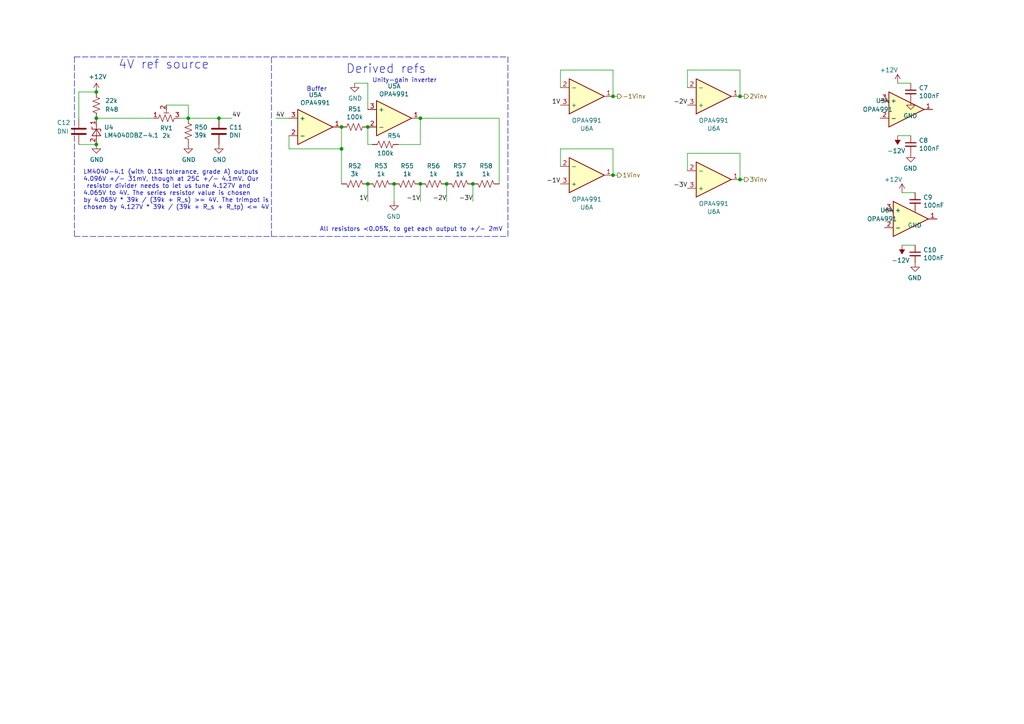
<source format=kicad_sch>
(kicad_sch (version 20211123) (generator eeschema)
  (paper "A4")
  (lib_symbols
    (symbol "Device:C" (pin_numbers hide) (pin_names (offset 0.254))
      (property "Reference" "C" (at 0.635 2.54 0))
      (property "Value" "C" (at 0.635 -2.54 0))
      (symbol "C_0_1"
        (polyline (pts (xy -2.032 -0.762) (xy 2.032 -0.762)) (stroke (width 0.508)))
        (polyline (pts (xy -2.032 0.762) (xy 2.032 0.762)) (stroke (width 0.508)))
      )
      (symbol "C_1_1"
        (pin passive line (at 0 3.81 270) (length 2.794) (name "~") (number "1"))
        (pin passive line (at 0 -3.81 90) (length 2.794) (name "~") (number "2"))
      )
    )
    (symbol "Device:C_Small" (pin_numbers hide) (pin_names (offset 0.254) hide)
      (property "Reference" "C" (at 0.254 1.778 0))
      (property "Value" "C_Small" (at 0.254 -2.032 0))
      (symbol "C_Small_0_1"
        (polyline (pts (xy -1.524 -0.508) (xy 1.524 -0.508)) (stroke (width 0.3302)))
        (polyline (pts (xy -1.524 0.508) (xy 1.524 0.508)) (stroke (width 0.3048)))
      )
      (symbol "C_Small_1_1"
        (pin passive line (at 0 2.54 270) (length 2.032) (name "~") (number "1"))
        (pin passive line (at 0 -2.54 90) (length 2.032) (name "~") (number "2"))
      )
    )
    (symbol "Device:Opamp_Quad_Generic"
      (property "Reference" "U" (at 0 5.08 0))
      (property "Value" "Device_Opamp_Quad_Generic" (at 0 -5.08 0))
      (symbol "Opamp_Quad_Generic_1_1"
        (polyline (pts (xy -5.08 5.08) (xy 5.08 0) (xy -5.08 -5.08) (xy -5.08 5.08)) (stroke (width 0.254)) (fill (type background)))
        (pin output line (at 7.62 0 180) (length 2.54) (name "~") (number "1"))
        (pin input line (at -7.62 -2.54 0) (length 2.54) (name "-") (number "2"))
        (pin input line (at -7.62 2.54 0) (length 2.54) (name "+") (number "3"))
      )
      (symbol "Opamp_Quad_Generic_2_1"
        (polyline (pts (xy -5.08 5.08) (xy 5.08 0) (xy -5.08 -5.08) (xy -5.08 5.08)) (stroke (width 0.254)) (fill (type background)))
        (pin input line (at -7.62 2.54 0) (length 2.54) (name "+") (number "5"))
        (pin input line (at -7.62 -2.54 0) (length 2.54) (name "-") (number "6"))
        (pin output line (at 7.62 0 180) (length 2.54) (name "~") (number "7"))
      )
      (symbol "Opamp_Quad_Generic_3_1"
        (polyline (pts (xy -5.08 5.08) (xy 5.08 0) (xy -5.08 -5.08) (xy -5.08 5.08)) (stroke (width 0.254)) (fill (type background)))
        (pin input line (at -7.62 2.54 0) (length 2.54) (name "+") (number "10"))
        (pin output line (at 7.62 0 180) (length 2.54) (name "~") (number "8"))
        (pin input line (at -7.62 -2.54 0) (length 2.54) (name "-") (number "9"))
      )
      (symbol "Opamp_Quad_Generic_4_1"
        (polyline (pts (xy -5.08 5.08) (xy 5.08 0) (xy -5.08 -5.08) (xy -5.08 5.08)) (stroke (width 0.254)) (fill (type background)))
        (pin input line (at -7.62 2.54 0) (length 2.54) (name "+") (number "12"))
        (pin input line (at -7.62 -2.54 0) (length 2.54) (name "-") (number "13"))
        (pin output line (at 7.62 0 180) (length 2.54) (name "~") (number "14"))
      )
      (symbol "Opamp_Quad_Generic_5_1"
        (pin power_in line (at -2.54 -7.62 90) (length 3.81) (name "V-") (number "11"))
        (pin power_in line (at -2.54 7.62 270) (length 3.81) (name "V+") (number "4"))
      )
    )
    (symbol "Device:R_POT_TRIM_US" (pin_names (offset 1.016) hide)
      (property "Reference" "RV" (at -4.445 0 90))
      (property "Value" "Device_R_POT_TRIM_US" (at -2.54 0 90))
      (symbol "R_POT_TRIM_US_0_1"
        (polyline (pts (xy 0 -2.286) (xy 0 -2.54)))
        (polyline (pts (xy 0 2.286) (xy 0 2.54)))
        (polyline (pts (xy 1.524 0.762) (xy 1.524 -0.762)))
        (polyline (pts (xy 2.54 0) (xy 1.524 0)))
        (polyline (pts (xy 0 -0.762) (xy 1.016 -1.143) (xy 0 -1.524) (xy -1.016 -1.905) (xy 0 -2.286)))
        (polyline (pts (xy 0 0.762) (xy 1.016 0.381) (xy 0 0) (xy -1.016 -0.381) (xy 0 -0.762)))
        (polyline (pts (xy 0 2.286) (xy 1.016 1.905) (xy 0 1.524) (xy -1.016 1.143) (xy 0 0.762)))
      )
      (symbol "R_POT_TRIM_US_1_1"
        (pin passive line (at 0 3.81 270) (length 1.27) (name "1") (number "1"))
        (pin passive line (at 3.81 0 180) (length 1.27) (name "2") (number "2"))
        (pin passive line (at 0 -3.81 90) (length 1.27) (name "3") (number "3"))
      )
    )
    (symbol "Device:R_US" (pin_numbers hide) (pin_names (offset 0))
      (property "Reference" "R" (at 2.54 0 90))
      (property "Value" "R_US" (at -2.54 0 90))
      (symbol "R_US_0_1"
        (polyline (pts (xy 0 -2.286) (xy 0 -2.54)))
        (polyline (pts (xy 0 2.286) (xy 0 2.54)))
        (polyline (pts (xy 0 -0.762) (xy 1.016 -1.143) (xy 0 -1.524) (xy -1.016 -1.905) (xy 0 -2.286)))
        (polyline (pts (xy 0 0.762) (xy 1.016 0.381) (xy 0 0) (xy -1.016 -0.381) (xy 0 -0.762)))
        (polyline (pts (xy 0 2.286) (xy 1.016 1.905) (xy 0 1.524) (xy -1.016 1.143) (xy 0 0.762)))
      )
      (symbol "R_US_1_1"
        (pin passive line (at 0 3.81 270) (length 1.27) (name "~") (number "1"))
        (pin passive line (at 0 -3.81 90) (length 1.27) (name "~") (number "2"))
      )
    )
    (symbol "Reference_Voltage:LM4040DBZ-4.1" (pin_names (offset 0.0254) hide)
      (property "Reference" "U" (at 0 2.54 0))
      (property "Value" "LM4040DBZ-4.1" (at 0 -3.175 0))
      (symbol "LM4040DBZ-4.1_0_1"
        (polyline (pts (xy -1.27 0) (xy 0 0) (xy 1.27 0)))
        (polyline (pts (xy -1.27 -1.27) (xy 0.635 0) (xy -1.27 1.27) (xy -1.27 -1.27)) (stroke (width 0.2032)))
        (polyline (pts (xy 0 -1.27) (xy 0.635 -1.27) (xy 0.635 1.27) (xy 1.27 1.27)) (stroke (width 0.2032)))
      )
      (symbol "LM4040DBZ-4.1_1_1"
        (pin passive line (at 3.81 0 180) (length 2.54) (name "K") (number "1"))
        (pin passive line (at -3.81 0 0) (length 2.54) (name "A") (number "2"))
      )
    )
    (symbol "power:+12V" (power) (pin_names (offset 0))
      (property "Value" "+12V" (at 0 3.556 0))
      (symbol "+12V_0_1"
        (polyline (pts (xy -0.762 1.27) (xy 0 2.54)))
        (polyline (pts (xy 0 0) (xy 0 2.54)))
        (polyline (pts (xy 0 2.54) (xy 0.762 1.27)))
      )
      (symbol "+12V_1_1"
        (pin power_in line (at 0 0 90) (length 0) hide (name "+12V") (number "1"))
      )
    )
    (symbol "power:-12V" (power) (pin_names (offset 0))
      (property "Value" "-12V" (at 0 3.81 0))
      (symbol "-12V_0_0"
        (pin power_in line (at 0 0 90) (length 0) hide (name "-12V") (number "1"))
      )
      (symbol "-12V_0_1"
        (polyline (pts (xy 0 0) (xy 0 1.27) (xy 0.762 1.27) (xy 0 2.54) (xy -0.762 1.27) (xy 0 1.27)) (fill (type outline)))
      )
    )
    (symbol "power:GND" (power) (pin_names (offset 0))
      (property "Value" "GND" (at 0 -3.81 0))
      (symbol "GND_0_1"
        (polyline (pts (xy 0 0) (xy 0 -1.27) (xy 1.27 -1.27) (xy 0 -2.54) (xy -1.27 -1.27) (xy 0 -1.27)))
      )
      (symbol "GND_1_1"
        (pin power_in line (at 0 0 270) (length 0) hide (name "GND") (number "1"))
      )
    )
  )
  (junction (at 99.06 43.18))
  (junction (at 63.5 34.29))
  (junction (at 54.61 34.29))
  (junction (at 121.92 34.29))
  (junction (at 177.8 50.8))
  (junction (at 27.94 34.29))
  (junction (at 99.06 36.83))
  (junction (at 27.94 41.91))
  (junction (at 106.68 36.83))
  (junction (at 129.54 53.34))
  (junction (at 177.8 27.94))
  (junction (at 27.94 26.67))
  (junction (at 214.63 52.07))
  (junction (at 121.92 53.34))
  (junction (at 106.68 53.34))
  (junction (at 137.16 53.34))
  (junction (at 114.3 53.34))
  (junction (at 214.63 27.94))
  (wire (pts (xy 106.68 24.13) (xy 102.87 24.13)))
  (polyline (pts (xy 21.59 68.58) (xy 147.32 68.58)))
  (wire (pts (xy 22.86 26.67) (xy 27.94 26.67)))
  (wire (pts (xy 121.92 53.34) (xy 121.92 58.42)))
  (wire (pts (xy 106.68 58.42) (xy 106.68 53.34)))
  (wire (pts (xy 260.35 39.37) (xy 264.16 39.37)))
  (wire (pts (xy 106.68 36.83) (xy 106.68 41.91)))
  (wire (pts (xy 162.56 25.4) (xy 162.56 20.32)))
  (wire (pts (xy 162.56 43.18) (xy 177.8 43.18)))
  (wire (pts (xy 114.3 53.34) (xy 114.3 58.42)))
  (wire (pts (xy 177.8 50.8) (xy 179.07 50.8)))
  (wire (pts (xy 48.26 30.48) (xy 54.61 30.48)))
  (wire (pts (xy 177.8 20.32) (xy 177.8 27.94)))
  (wire (pts (xy 121.92 41.91) (xy 121.92 34.29)))
  (wire (pts (xy 121.92 34.29) (xy 144.78 34.29)))
  (wire (pts (xy 214.63 27.94) (xy 215.9 27.94)))
  (wire (pts (xy 199.39 49.53) (xy 199.39 44.45)))
  (wire (pts (xy 162.56 48.26) (xy 162.56 43.18)))
  (wire (pts (xy 27.94 34.29) (xy 44.45 34.29)))
  (polyline (pts (xy 147.32 16.51) (xy 147.32 68.58)))
  (wire (pts (xy 129.54 53.34) (xy 129.54 58.42)))
  (wire (pts (xy 214.63 52.07) (xy 215.9 52.07)))
  (wire (pts (xy 22.86 41.91) (xy 27.94 41.91)))
  (wire (pts (xy 260.35 24.13) (xy 264.16 24.13)))
  (wire (pts (xy 177.8 43.18) (xy 177.8 50.8)))
  (wire (pts (xy 83.82 39.37) (xy 83.82 43.18)))
  (wire (pts (xy 199.39 25.4) (xy 199.39 20.32)))
  (wire (pts (xy 99.06 43.18) (xy 99.06 36.83)))
  (wire (pts (xy 115.57 41.91) (xy 121.92 41.91)))
  (wire (pts (xy 199.39 20.32) (xy 214.63 20.32)))
  (wire (pts (xy 214.63 20.32) (xy 214.63 27.94)))
  (wire (pts (xy 144.78 34.29) (xy 144.78 53.34)))
  (wire (pts (xy 80.01 34.29) (xy 83.82 34.29)))
  (wire (pts (xy 199.39 44.45) (xy 214.63 44.45)))
  (polyline (pts (xy 21.59 16.51) (xy 21.59 68.58)))
  (wire (pts (xy 83.82 43.18) (xy 99.06 43.18)))
  (wire (pts (xy 137.16 53.34) (xy 137.16 58.42)))
  (wire (pts (xy 177.8 27.94) (xy 179.07 27.94)))
  (wire (pts (xy 63.5 34.29) (xy 67.31 34.29)))
  (wire (pts (xy 54.61 34.29) (xy 52.07 34.29)))
  (wire (pts (xy 162.56 20.32) (xy 177.8 20.32)))
  (wire (pts (xy 22.86 34.29) (xy 22.86 26.67)))
  (wire (pts (xy 99.06 43.18) (xy 99.06 53.34)))
  (wire (pts (xy 54.61 30.48) (xy 54.61 34.29)))
  (wire (pts (xy 214.63 44.45) (xy 214.63 52.07)))
  (polyline (pts (xy 78.74 68.58) (xy 78.74 16.51)))
  (wire (pts (xy 261.62 71.12) (xy 265.43 71.12)))
  (wire (pts (xy 261.62 55.88) (xy 265.43 55.88)))
  (wire (pts (xy 106.68 41.91) (xy 107.95 41.91)))
  (wire (pts (xy 54.61 34.29) (xy 63.5 34.29)))
  (polyline (pts (xy 21.59 16.51) (xy 147.32 16.51)))
  (wire (pts (xy 106.68 31.75) (xy 106.68 24.13)))
  (text "Derived refs" (at 100.33 21.59 0) (effects (font (size 2.54 2.54)) (justify left bottom)))
  (text "Unity-gain inverter" (at 107.95 24.13 0) (effects (font (size 1.27 1.27)) (justify left bottom)))
  (text "All resistors <0.05%, to get each output to +/- 2mV" (at 92.71 67.31 0) (effects (font (size 1.27 1.27)) (justify left bottom)))
  (text "4V ref source" (at 34.29 20.32 0) (effects (font (size 2.54 2.54)) (justify left bottom)))
  (text "LM4040-4.1 (with 0.1% tolerance, grade A) outputs\n4.096V +/- 31mV, though at 25C +/- 4.1mV. Our\n resistor divider needs to let us tune 4.127V and\n4.065V to 4V. The series resistor value is chosen\nby 4.065V * 39k / (39k + R_s) >= 4V. The trimpot is\nchosen by 4.127V * 39k / (39k + R_s + R_tp) <= 4V" (at 24.13 60.96 0) (effects (font (size 1.27 1.27)) (justify left bottom)))
  (text "Buffer" (at 88.9 26.67 0) (effects (font (size 1.27 1.27)) (justify left bottom)))
  (label "1V" (at 106.68 58.42 180))
  (label "-3V" (at 137.16 58.42 180))
  (label "-3V" (at 199.39 54.61 180))
  (label "1V" (at 162.56 30.48 180))
  (label "4V" (at 80.01 34.29 0))
  (label "-1V" (at 162.56 53.34 180))
  (label "4V" (at 67.31 34.29 0))
  (label "-1V" (at 121.92 58.42 180))
  (label "-2V" (at 129.54 58.42 180))
  (label "-2V" (at 199.39 30.48 180))
  (hierarchical_label "2Vinv" (shape output) (at 215.9 27.94 0))
  (hierarchical_label "3Vinv" (shape output) (at 215.9 52.07 0))
  (hierarchical_label "1Vinv" (shape output) (at 179.07 50.8 0))
  (hierarchical_label "-1Vinv" (shape output) (at 179.07 27.94 0))
  (symbol (lib_id "Device:Opamp_Quad_Generic") (at 91.44 36.83 0) (unit 1)
    (property "Reference" "U5" (at 91.44 27.5082 0))
    (property "Value" "OPA4991" (at 91.44 29.8196 0))
    (property "Footprint" "Package_SO:SOIC-14_3.9x8.7mm_P1.27mm" (effects hide))
    (property "Datasheet" "https://www.ti.com/lit/ds/symlink/opa4991.pdf" (effects hide))
    (property "Suggested Part" "OPA4991QDRQ1" (effects hide))
  )
  (symbol (lib_id "Device:Opamp_Quad_Generic") (at 114.3 34.29 0) (unit 1)
    (property "Reference" "U5" (at 114.3 24.9682 0))
    (property "Value" "OPA4991" (at 114.3 27.2796 0))
    (property "Footprint" "Package_SO:SOIC-14_3.9x8.7mm_P1.27mm" (effects hide))
    (property "Datasheet" "https://www.ti.com/lit/ds/symlink/opa4991.pdf" (effects hide))
    (property "Suggested Part" "OPA4991QDRQ1" (effects hide))
  )
  (symbol (lib_id "power:GND") (at 27.94 41.91 0) (unit 1)
    (property "Reference" "#PWR027" (effects hide))
    (property "Value" "GND" (at 28.067 46.3042 0))
  )
  (symbol (lib_id "power:+12V") (at 27.94 26.67 0) (unit 1)
    (property "Reference" "#PWR026" (effects hide))
    (property "Value" "+12V" (at 28.321 22.2758 0))
  )
  (symbol (lib_id "Device:R_POT_TRIM_US") (at 48.26 34.29 90) (unit 1)
    (property "Reference" "RV1" (at 48.26 37.1602 90))
    (property "Value" "2k" (at 48.26 39.37 90))
    (property "Footprint" "Potentiometer_THT:Potentiometer_Bourns_3296W_Vertical" (effects hide))
    (property "Datasheet" "https://www.taydaelectronics.com/potentiometer-variable-resistors/cermet-potentiometers/5k-ohm-trimmer-potentiometer-cermet-25-turns-3296w.html" (effects hide))
    (property "Spice_Primitive" "R" (effects hide))
    (property "Spice_Model" "2k" (effects hide))
    (property "Spice_Netlist_Enabled" "Y" (effects hide))
    (property "Tolerance" "10%" (effects hide))
    (property "Suggested Part" "Bourns 3296W" (effects hide))
  )
  (symbol (lib_id "Device:R_US") (at 54.61 38.1 0) (unit 1)
    (property "Reference" "R50" (at 56.3372 36.9316 0) (effects (justify left)))
    (property "Value" "39k" (at 56.3372 39.243 0) (effects (justify left)))
    (property "Footprint" "Resistor_SMD:R_0603_1608Metric_Pad1.05x0.95mm_HandSolder" (effects hide))
    (property "Spice_Primitive" "R" (effects hide))
    (property "Spice_Model" "39k" (effects hide))
    (property "Spice_Netlist_Enabled" "Y" (effects hide))
    (property "Tolerance" "1%, but low temp co" (effects hide))
  )
  (symbol (lib_id "power:GND") (at 54.61 41.91 0) (unit 1)
    (property "Reference" "#PWR028" (effects hide))
    (property "Value" "GND" (at 54.737 46.3042 0))
  )
  (symbol (lib_id "Device:R_US") (at 102.87 36.83 270) (unit 1)
    (property "Reference" "R51" (at 102.87 31.623 90))
    (property "Value" "100k" (at 102.87 33.9344 90))
    (property "Footprint" "Resistor_SMD:R_0603_1608Metric_Pad1.05x0.95mm_HandSolder" (effects hide))
    (property "Spice_Primitive" "R" (effects hide))
    (property "Spice_Model" "100k" (effects hide))
    (property "Spice_Netlist_Enabled" "Y" (effects hide))
    (property "Tolerance" "0.1%" (effects hide))
  )
  (symbol (lib_id "power:GND") (at 102.87 24.13 0) (unit 1)
    (property "Reference" "#PWR030" (effects hide))
    (property "Value" "GND" (at 102.997 28.5242 0))
  )
  (symbol (lib_id "Device:R_US") (at 111.76 41.91 270) (unit 1)
    (property "Reference" "R54" (at 114.3 39.37 90))
    (property "Value" "100k" (at 111.76 44.45 90))
    (property "Footprint" "Resistor_SMD:R_0603_1608Metric_Pad1.05x0.95mm_HandSolder" (effects hide))
    (property "Spice_Primitive" "R" (effects hide))
    (property "Spice_Model" "100k" (effects hide))
    (property "Spice_Netlist_Enabled" "Y" (effects hide))
    (property "Tolerance" "0.1%" (effects hide))
  )
  (symbol (lib_id "Device:R_US") (at 125.73 53.34 90) (mirror x) (unit 1)
    (property "Reference" "R56" (at 125.73 48.133 90))
    (property "Value" "1k" (at 125.73 50.4444 90))
    (property "Footprint" "Resistor_SMD:R_0603_1608Metric_Pad1.05x0.95mm_HandSolder" (effects hide))
    (property "Tolerance" "0.05%, low temp co" (effects hide))
  )
  (symbol (lib_id "Device:R_US") (at 118.11 53.34 90) (mirror x) (unit 1)
    (property "Reference" "R55" (at 118.11 48.133 90))
    (property "Value" "1k" (at 118.11 50.4444 90))
    (property "Footprint" "Resistor_SMD:R_0603_1608Metric_Pad1.05x0.95mm_HandSolder" (effects hide))
    (property "Tolerance" "0.05%, low temp co" (effects hide))
  )
  (symbol (lib_id "power:GND") (at 114.3 58.42 0) (mirror y) (unit 1)
    (property "Reference" "#PWR032" (effects hide))
    (property "Value" "GND" (at 114.173 62.8142 0))
  )
  (symbol (lib_id "Reference_Voltage:LM4040DBZ-4.1") (at 27.94 38.1 90) (unit 1)
    (property "Reference" "U4" (at 30.1752 36.9316 90) (effects (justify right)))
    (property "Value" "LM4040DBZ-4.1" (at 30.1752 39.243 90) (effects (justify right)))
    (property "Footprint" "Package_TO_SOT_SMD:SOT-23" (effects hide))
    (property "Datasheet" "http://www.ti.com/lit/ds/symlink/lm4040-n.pdf" (effects hide))
    (property "Spice_Primitive" "V" (effects hide))
    (property "Spice_Model" "dc 4.096 ac 50m" (effects hide))
    (property "Spice_Netlist_Enabled" "Y" (effects hide))
    (property "Suggested Part" "TI LM4040A41IDBZT‎ or ‎Analog Devices LM4040AIM3-4.1+T‎" (effects hide))
    (property "Tolerance" "0.1%" (effects hide))
  )
  (symbol (lib_id "Device:R_US") (at 27.94 30.48 0) (unit 1)
    (property "Reference" "R48" (at 30.48 31.75 0) (effects (justify left)))
    (property "Value" "22k" (at 30.48 29.21 0) (effects (justify left)))
    (property "Footprint" "Resistor_SMD:R_0603_1608Metric_Pad1.05x0.95mm_HandSolder" (effects hide))
    (property "Tolerance" "1%" (effects hide))
  )
  (symbol (lib_id "Device:R_US") (at 133.35 53.34 90) (mirror x) (unit 1)
    (property "Reference" "R57" (at 133.35 48.133 90))
    (property "Value" "1k" (at 133.35 50.4444 90))
    (property "Footprint" "Resistor_SMD:R_0603_1608Metric_Pad1.05x0.95mm_HandSolder" (effects hide))
    (property "Tolerance" "0.05%, low temp co" (effects hide))
  )
  (symbol (lib_id "Device:R_US") (at 110.49 53.34 90) (mirror x) (unit 1)
    (property "Reference" "R53" (at 110.49 48.133 90))
    (property "Value" "1k" (at 110.49 50.4444 90))
    (property "Footprint" "Resistor_SMD:R_0603_1608Metric_Pad1.05x0.95mm_HandSolder" (effects hide))
    (property "Tolerance" "0.05%, low temp co" (effects hide))
  )
  (symbol (lib_id "Device:R_US") (at 102.87 53.34 90) (mirror x) (unit 1)
    (property "Reference" "R52" (at 102.87 48.133 90))
    (property "Value" "3k" (at 102.87 50.4444 90))
    (property "Footprint" "Resistor_SMD:R_0603_1608Metric_Pad1.05x0.95mm_HandSolder" (effects hide))
    (property "Tolerance" "0.05%, low temp co" (effects hide))
  )
  (symbol (lib_id "Device:R_US") (at 140.97 53.34 90) (mirror x) (unit 1)
    (property "Reference" "R58" (at 140.97 48.133 90))
    (property "Value" "1k" (at 140.97 50.4444 90))
    (property "Footprint" "Resistor_SMD:R_0603_1608Metric_Pad1.05x0.95mm_HandSolder" (effects hide))
    (property "Tolerance" "0.05%, low temp co" (effects hide))
  )
  (symbol (lib_id "Device:Opamp_Quad_Generic") (at 170.18 27.94 0) (mirror x) (unit 1)
    (property "Reference" "U6" (at 170.18 37.2618 0))
    (property "Value" "OPA4991" (at 170.18 34.9504 0))
    (property "Footprint" "Package_SO:SOIC-14_3.9x8.7mm_P1.27mm" (effects hide))
    (property "Datasheet" "https://www.ti.com/lit/ds/symlink/opa4991.pdf" (effects hide))
    (property "Suggested Part" "OPA4991QDRQ1" (effects hide))
  )
  (symbol (lib_id "Device:Opamp_Quad_Generic") (at 170.18 50.8 0) (mirror x) (unit 1)
    (property "Reference" "U6" (at 170.18 60.1218 0))
    (property "Value" "OPA4991" (at 170.18 57.8104 0))
    (property "Footprint" "Package_SO:SOIC-14_3.9x8.7mm_P1.27mm" (effects hide))
    (property "Datasheet" "https://www.ti.com/lit/ds/symlink/opa4991.pdf" (effects hide))
    (property "Suggested Part" "OPA4991QDRQ1" (effects hide))
  )
  (symbol (lib_id "Device:Opamp_Quad_Generic") (at 207.01 27.94 0) (mirror x) (unit 1)
    (property "Reference" "U6" (at 207.01 37.2618 0))
    (property "Value" "OPA4991" (at 207.01 34.9504 0))
    (property "Footprint" "Package_SO:SOIC-14_3.9x8.7mm_P1.27mm" (effects hide))
    (property "Datasheet" "https://www.ti.com/lit/ds/symlink/opa4991.pdf" (effects hide))
    (property "Suggested Part" "OPA4991QDRQ1" (effects hide))
  )
  (symbol (lib_id "Device:Opamp_Quad_Generic") (at 207.01 52.07 0) (mirror x) (unit 1)
    (property "Reference" "U6" (at 207.01 61.3918 0))
    (property "Value" "OPA4991" (at 207.01 59.0804 0))
    (property "Footprint" "Package_SO:SOIC-14_3.9x8.7mm_P1.27mm" (effects hide))
    (property "Datasheet" "https://www.ti.com/lit/ds/symlink/opa4991.pdf" (effects hide))
    (property "Suggested Part" "OPA4991QDRQ1" (effects hide))
  )
  (symbol (lib_id "Device:Opamp_Quad_Generic") (at 262.89 31.75 0) (unit 1)
    (property "Reference" "U5" (at 254 29.21 0) (effects (justify left)))
    (property "Value" "OPA4991" (at 250.19 31.75 0) (effects (justify left)))
    (property "Footprint" "Package_SO:SOIC-14_3.9x8.7mm_P1.27mm" (effects hide))
    (property "Datasheet" "https://www.ti.com/lit/ds/symlink/opa4991.pdf" (effects hide))
    (property "Suggested Part" "OPA4991QDRQ1" (effects hide))
  )
  (symbol (lib_id "Device:C_Small") (at 264.16 26.67 0) (unit 1)
    (property "Reference" "C7" (at 266.4968 25.5016 0) (effects (justify left)))
    (property "Value" "100nF" (at 266.4968 27.813 0) (effects (justify left)))
    (property "Footprint" "Capacitor_SMD:C_0603_1608Metric_Pad1.05x0.95mm_HandSolder" (effects hide))
  )
  (symbol (lib_id "power:GND") (at 264.16 29.21 0) (mirror y) (unit 1)
    (property "Reference" "#PWR051" (effects hide))
    (property "Value" "GND" (at 264.033 33.6042 0))
  )
  (symbol (lib_id "power:+12V") (at 260.35 24.13 0) (unit 1)
    (property "Reference" "#PWR049" (effects hide))
    (property "Value" "+12V" (at 257.81 20.32 0))
  )
  (symbol (lib_id "Device:C_Small") (at 264.16 41.91 0) (unit 1)
    (property "Reference" "C8" (at 266.4968 40.7416 0) (effects (justify left)))
    (property "Value" "100nF" (at 266.4968 43.053 0) (effects (justify left)))
    (property "Footprint" "Capacitor_SMD:C_0603_1608Metric_Pad1.05x0.95mm_HandSolder" (effects hide))
  )
  (symbol (lib_id "power:GND") (at 264.16 44.45 0) (mirror y) (unit 1)
    (property "Reference" "#PWR052" (effects hide))
    (property "Value" "GND" (at 264.033 48.8442 0))
  )
  (symbol (lib_id "power:-12V") (at 260.35 39.37 180) (unit 1)
    (property "Reference" "#PWR050" (effects hide))
    (property "Value" "-12V" (at 259.969 43.7642 0))
  )
  (symbol (lib_id "Device:Opamp_Quad_Generic") (at 264.16 63.5 0) (unit 1)
    (property "Reference" "U6" (at 255.27 60.96 0) (effects (justify left)))
    (property "Value" "OPA4991" (at 251.46 63.5 0) (effects (justify left)))
    (property "Footprint" "Package_SO:SOIC-14_3.9x8.7mm_P1.27mm" (effects hide))
    (property "Datasheet" "https://www.ti.com/lit/ds/symlink/opa4991.pdf" (effects hide))
    (property "Suggested Part" "OPA4991QDRQ1" (effects hide))
  )
  (symbol (lib_id "Device:C_Small") (at 265.43 58.42 0) (unit 1)
    (property "Reference" "C9" (at 267.7668 57.2516 0) (effects (justify left)))
    (property "Value" "100nF" (at 267.7668 59.563 0) (effects (justify left)))
    (property "Footprint" "Capacitor_SMD:C_0603_1608Metric_Pad1.05x0.95mm_HandSolder" (effects hide))
  )
  (symbol (lib_id "power:GND") (at 265.43 60.96 0) (mirror y) (unit 1)
    (property "Reference" "#PWR055" (effects hide))
    (property "Value" "GND" (at 265.303 65.3542 0))
  )
  (symbol (lib_id "power:+12V") (at 261.62 55.88 0) (unit 1)
    (property "Reference" "#PWR053" (effects hide))
    (property "Value" "+12V" (at 259.08 52.07 0))
  )
  (symbol (lib_id "Device:C_Small") (at 265.43 73.66 0) (unit 1)
    (property "Reference" "C10" (at 267.7668 72.4916 0) (effects (justify left)))
    (property "Value" "100nF" (at 267.7668 74.803 0) (effects (justify left)))
    (property "Footprint" "Capacitor_SMD:C_0603_1608Metric_Pad1.05x0.95mm_HandSolder" (effects hide))
  )
  (symbol (lib_id "power:GND") (at 265.43 76.2 0) (mirror y) (unit 1)
    (property "Reference" "#PWR056" (effects hide))
    (property "Value" "GND" (at 265.303 80.5942 0))
  )
  (symbol (lib_id "power:-12V") (at 261.62 71.12 180) (unit 1)
    (property "Reference" "#PWR054" (effects hide))
    (property "Value" "-12V" (at 261.239 75.5142 0))
  )
  (symbol (lib_id "Device:C") (at 63.5 38.1 0) (unit 1)
    (property "Reference" "C11" (at 66.421 36.9316 0) (effects (justify left)))
    (property "Value" "DNI" (at 66.421 39.243 0) (effects (justify left)))
    (property "Footprint" "Capacitor_SMD:C_0603_1608Metric_Pad1.05x0.95mm_HandSolder" (effects hide))
    (property "Notes" "Decoupling, unclear if needed. No harm will come from putting 100nF here" (effects hide))
  )
  (symbol (lib_id "power:GND") (at 63.5 41.91 0) (unit 1)
    (property "Reference" "#PWR0101" (effects hide))
    (property "Value" "GND" (at 63.627 46.3042 0))
  )
  (symbol (lib_id "Device:C") (at 22.86 38.1 0) (unit 1)
    (property "Reference" "C12" (at 16.51 35.56 0) (effects (justify left)))
    (property "Value" "DNI" (at 16.51 38.1 0) (effects (justify left)))
    (property "Footprint" "Capacitor_SMD:C_0603_1608Metric_Pad1.05x0.95mm_HandSolder" (effects hide))
    (property "Notes" "Decoupling, unclear if needed. No harm will come from putting 100nF here" (effects hide))
  )
)
</source>
